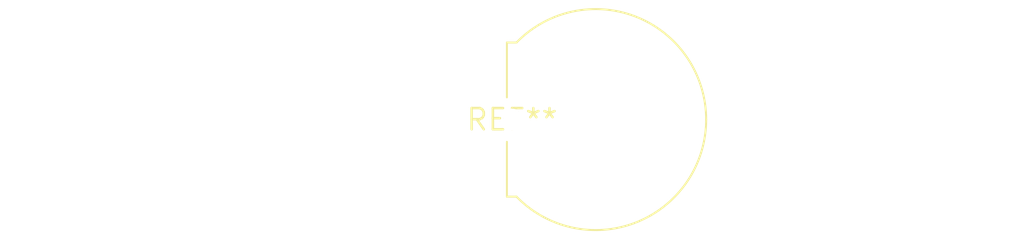
<source format=kicad_pcb>
(kicad_pcb (version 20240108) (generator pcbnew)
  (layers (0 "F.Cu" signal) (31 "B.Cu" signal) (34 "B.Paste" user) (35 "F.Paste" user) (36 "B.SilkS" user "B.Silkscreen") (37 "F.SilkS" user "F.Silkscreen") (38 "B.Mask" user) (39 "F.Mask" user) (44 "Edge.Cuts" user))
  (net 0 "")
  (footprint "Fuseholder_Cylinder-5x20mm_EATON_H15-V-1_Vertical_Closed" (layer "F.Cu") (at 0 0)
    (property "Reference" "REF**")
    (property "Value" "Fuseholder_Cylinder-5x20mm_EATON_H15-V-1_Vertical_Closed")
    (fp_line (start -0.31 -4.61) (end -0.31 -1.33) (layer "F.SilkS") (stroke (width 0.12)))
    (fp_line (start -0.31 1.33) (end -0.31 4.61) (layer "F.SilkS") (stroke (width 0.12)))
    (fp_line (start 0.26 -4.61) (end -0.31 -4.61) (layer "F.SilkS") (stroke (width 0.12)))
    (fp_line (start 0.26 4.61) (end -0.31 4.61) (layer "F.SilkS") (stroke (width 0.12)))
    (fp_arc (start 0.261221 -4.608261) (mid 7.486842 -6.124354) (end 11.61 0) (layer "F.SilkS") (stroke (width 0.12)))
    (fp_arc (start 11.61 0) (mid 7.486842 6.124354) (end 0.261221 4.608261) (layer "F.SilkS") (stroke (width 0.12)))
    (pad "1" thru_hole circle (at 0 0) (size 2.3 2.3) (drill 1.3) (layers *.Cu *.Mask) (remove_unused_layers))
    (pad "2" thru_hole circle (at 10 0) (size 2.3 2.3) (drill 1.3) (layers *.Cu *.Mask) (remove_unused_layers))
  )
)
</source>
